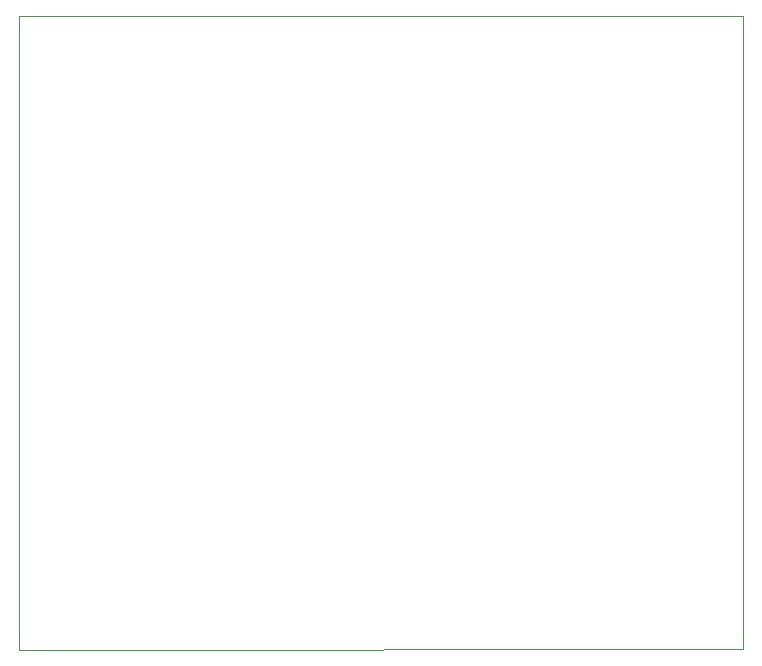
<source format=gbr>
%TF.GenerationSoftware,KiCad,Pcbnew,7.0.7*%
%TF.CreationDate,2025-12-05T14:06:05+01:00*%
%TF.ProjectId,centralv2,63656e74-7261-46c7-9632-2e6b69636164,rev?*%
%TF.SameCoordinates,Original*%
%TF.FileFunction,Profile,NP*%
%FSLAX46Y46*%
G04 Gerber Fmt 4.6, Leading zero omitted, Abs format (unit mm)*
G04 Created by KiCad (PCBNEW 7.0.7) date 2025-12-05 14:06:05*
%MOMM*%
%LPD*%
G01*
G04 APERTURE LIST*
%TA.AperFunction,Profile*%
%ADD10C,0.100000*%
%TD*%
G04 APERTURE END LIST*
D10*
X119790000Y-91140000D02*
X119770000Y-37540000D01*
X58440000Y-39990000D02*
X58440000Y-37570000D01*
X58440000Y-91190000D02*
X119790000Y-91140000D01*
X119770000Y-37540000D02*
X58440000Y-37570000D01*
X58440000Y-39990000D02*
X58440000Y-91190000D01*
M02*

</source>
